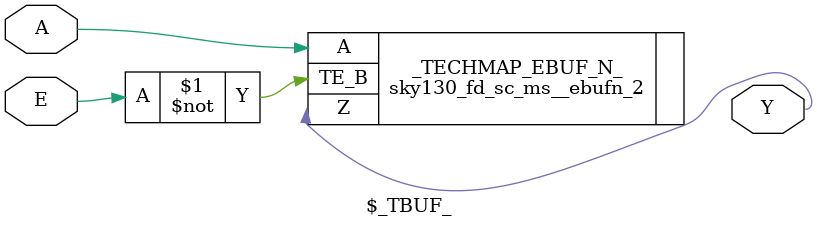
<source format=v>

module \$_TBUF_ (input A, input E, output Y);
  sky130_fd_sc_ms__ebufn_2 _TECHMAP_EBUF_N_ (
    .A(A),
    .Z(Y),
    .TE_B(~E));
endmodule
</source>
